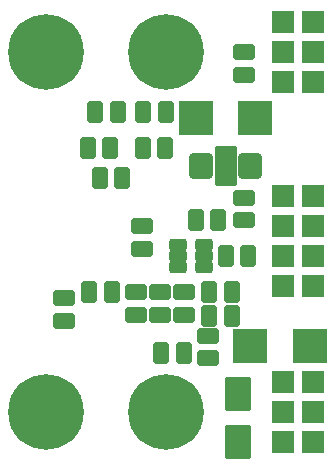
<source format=gbr>
G04 #@! TF.GenerationSoftware,KiCad,Pcbnew,(5.99.0-10394-g2e15de97e0)*
G04 #@! TF.CreationDate,2021-07-20T11:39:10+02:00*
G04 #@! TF.ProjectId,AIRDOSC01A_PCB01C,41495244-4f53-4433-9031-415f50434230,rev?*
G04 #@! TF.SameCoordinates,Original*
G04 #@! TF.FileFunction,Soldermask,Bot*
G04 #@! TF.FilePolarity,Negative*
%FSLAX46Y46*%
G04 Gerber Fmt 4.6, Leading zero omitted, Abs format (unit mm)*
G04 Created by KiCad (PCBNEW (5.99.0-10394-g2e15de97e0)) date 2021-07-20 11:39:10*
%MOMM*%
%LPD*%
G01*
G04 APERTURE LIST*
G04 Aperture macros list*
%AMRoundRect*
0 Rectangle with rounded corners*
0 $1 Rounding radius*
0 $2 $3 $4 $5 $6 $7 $8 $9 X,Y pos of 4 corners*
0 Add a 4 corners polygon primitive as box body*
4,1,4,$2,$3,$4,$5,$6,$7,$8,$9,$2,$3,0*
0 Add four circle primitives for the rounded corners*
1,1,$1+$1,$2,$3*
1,1,$1+$1,$4,$5*
1,1,$1+$1,$6,$7*
1,1,$1+$1,$8,$9*
0 Add four rect primitives between the rounded corners*
20,1,$1+$1,$2,$3,$4,$5,0*
20,1,$1+$1,$4,$5,$6,$7,0*
20,1,$1+$1,$6,$7,$8,$9,0*
20,1,$1+$1,$8,$9,$2,$3,0*%
%AMFreePoly0*
4,1,21,0.836777,1.680194,0.906366,1.624698,0.944986,1.544504,0.950000,1.500000,0.950000,-1.500000,0.930194,-1.586777,0.874698,-1.656366,0.794504,-1.694986,0.750000,-1.700000,-0.750000,-1.700000,-0.836777,-1.680194,-0.906366,-1.624698,-0.944986,-1.544504,-0.950000,-1.500000,-0.950000,1.500000,-0.930194,1.586777,-0.874698,1.656366,-0.794504,1.694986,-0.750000,1.700000,0.750000,1.700000,
0.836777,1.680194,0.836777,1.680194,$1*%
G04 Aperture macros list end*
%ADD10C,6.400000*%
%ADD11RoundRect,0.200000X-0.762000X-0.762000X0.762000X-0.762000X0.762000X0.762000X-0.762000X0.762000X0*%
%ADD12RoundRect,0.200000X0.762000X0.762000X-0.762000X0.762000X-0.762000X-0.762000X0.762000X-0.762000X0*%
%ADD13RoundRect,0.200000X-0.444500X-0.698500X0.444500X-0.698500X0.444500X0.698500X-0.444500X0.698500X0*%
%ADD14RoundRect,0.200000X-0.698500X0.444500X-0.698500X-0.444500X0.698500X-0.444500X0.698500X0.444500X0*%
%ADD15RoundRect,0.200000X0.444500X0.698500X-0.444500X0.698500X-0.444500X-0.698500X0.444500X-0.698500X0*%
%ADD16RoundRect,0.200000X-0.900000X1.250000X-0.900000X-1.250000X0.900000X-1.250000X0.900000X1.250000X0*%
%ADD17RoundRect,0.200000X-1.275080X-1.249680X1.275080X-1.249680X1.275080X1.249680X-1.275080X1.249680X0*%
%ADD18RoundRect,0.200000X1.275080X1.249680X-1.275080X1.249680X-1.275080X-1.249680X1.275080X-1.249680X0*%
%ADD19RoundRect,0.313492X0.674008X0.786508X-0.674008X0.786508X-0.674008X-0.786508X0.674008X-0.786508X0*%
%ADD20FreePoly0,180.000000*%
%ADD21RoundRect,0.314025X0.673475X0.785975X-0.673475X0.785975X-0.673475X-0.785975X0.673475X-0.785975X0*%
%ADD22RoundRect,0.200000X0.698500X-0.444500X0.698500X0.444500X-0.698500X0.444500X-0.698500X-0.444500X0*%
%ADD23RoundRect,0.200000X-0.530000X-0.325000X0.530000X-0.325000X0.530000X0.325000X-0.530000X0.325000X0*%
G04 APERTURE END LIST*
D10*
X5207000Y5080000D03*
X5207000Y35560000D03*
D11*
X25273000Y20828000D03*
X27813000Y20828000D03*
X25273000Y18288000D03*
X27813000Y18288000D03*
X25273000Y2540000D03*
X27813000Y2540000D03*
X25273000Y15748000D03*
X27813000Y15748000D03*
X25273000Y33020000D03*
X27813000Y33020000D03*
X25273000Y35560000D03*
X27813000Y35560000D03*
X25273000Y38100000D03*
X27813000Y38100000D03*
D12*
X27813000Y5080000D03*
X25273000Y5080000D03*
X27813000Y7620000D03*
X25273000Y7620000D03*
D11*
X25273000Y23368000D03*
X27813000Y23368000D03*
D10*
X15367000Y5080000D03*
X15367000Y35560000D03*
D13*
X13462000Y30480000D03*
X15367000Y30480000D03*
X17907000Y21336000D03*
X19812000Y21336000D03*
D14*
X18923000Y11557000D03*
X18923000Y9652000D03*
D15*
X16891000Y10096500D03*
X14986000Y10096500D03*
D16*
X21463000Y6572000D03*
X21463000Y2572000D03*
D13*
X19050000Y13208000D03*
X20955000Y13208000D03*
D17*
X22494240Y10668000D03*
X27543760Y10668000D03*
D13*
X19050000Y15240000D03*
X20955000Y15240000D03*
X13398500Y27432000D03*
X15303500Y27432000D03*
D15*
X10668000Y27432000D03*
X8763000Y27432000D03*
D18*
X22956520Y29987240D03*
X17907000Y29987240D03*
D19*
X22534500Y25908000D03*
D20*
X20447000Y25908000D03*
D21*
X18359500Y25908000D03*
D15*
X11684000Y24892000D03*
X9779000Y24892000D03*
X10795000Y15240000D03*
X8890000Y15240000D03*
D22*
X21971000Y33655000D03*
X21971000Y35560000D03*
D13*
X9398000Y30480000D03*
X11303000Y30480000D03*
D22*
X6731000Y12827000D03*
X6731000Y14732000D03*
X13335000Y18923000D03*
X13335000Y20828000D03*
X14859000Y13335000D03*
X14859000Y15240000D03*
D14*
X12827000Y15240000D03*
X12827000Y13335000D03*
D22*
X21971000Y21336000D03*
X21971000Y23241000D03*
D15*
X22352000Y18288000D03*
X20447000Y18288000D03*
D22*
X16891000Y13335000D03*
X16891000Y15240000D03*
D23*
X16383000Y17338000D03*
X16383000Y18288000D03*
X16383000Y19238000D03*
X18583000Y19238000D03*
X18583000Y18288000D03*
X18583000Y17338000D03*
M02*

</source>
